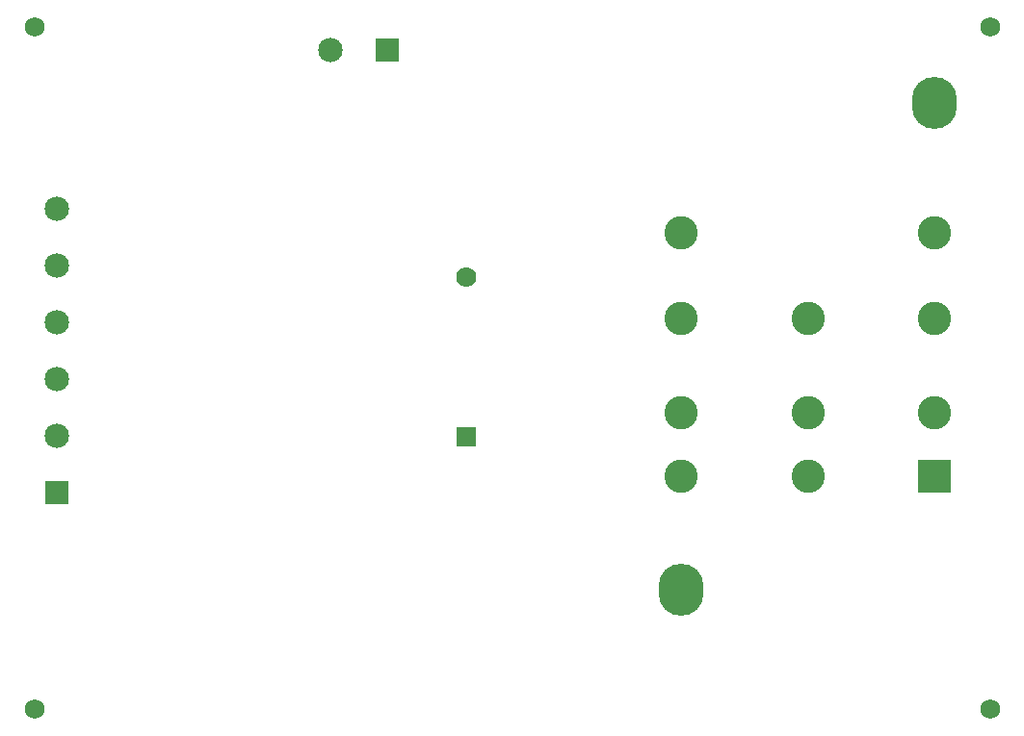
<source format=gbs>
G04*
G04 #@! TF.GenerationSoftware,Altium Limited,Altium Designer,20.1.8 (145)*
G04*
G04 Layer_Color=16711935*
%FSLAX25Y25*%
%MOIN*%
G70*
G04*
G04 #@! TF.SameCoordinates,3D76E3EC-FEB2-46C7-AB75-6B0F0163D353*
G04*
G04*
G04 #@! TF.FilePolarity,Negative*
G04*
G01*
G75*
%ADD15R,0.08477X0.08477*%
%ADD16C,0.08477*%
%ADD17R,0.08477X0.08477*%
%ADD18C,0.06800*%
%ADD19C,0.11535*%
%ADD20R,0.11535X0.11535*%
G04:AMPARAMS|DCode=21|XSize=155.9mil|YSize=179.92mil|CornerRadius=77.95mil|HoleSize=0mil|Usage=FLASHONLY|Rotation=180.000|XOffset=0mil|YOffset=0mil|HoleType=Round|Shape=RoundedRectangle|*
%AMROUNDEDRECTD21*
21,1,0.15590,0.02402,0,0,180.0*
21,1,0.00000,0.17992,0,0,180.0*
1,1,0.15590,0.00000,0.01201*
1,1,0.15590,0.00000,0.01201*
1,1,0.15590,0.00000,-0.01201*
1,1,0.15590,0.00000,-0.01201*
%
%ADD21ROUNDEDRECTD21*%
%ADD22R,0.07001X0.07001*%
%ADD23C,0.07001*%
D15*
X208661Y480315D02*
D03*
D16*
X188976D02*
D03*
X94488Y425197D02*
D03*
Y405512D02*
D03*
Y385827D02*
D03*
Y366142D02*
D03*
Y346457D02*
D03*
D17*
Y326772D02*
D03*
D18*
X417323Y251969D02*
D03*
X86614D02*
D03*
X417323Y488189D02*
D03*
X86614D02*
D03*
D19*
X310571Y416929D02*
D03*
X398091D02*
D03*
X310571Y387126D02*
D03*
X354331D02*
D03*
X398091D02*
D03*
X310571Y354331D02*
D03*
X354331D02*
D03*
X398091D02*
D03*
X310571Y332520D02*
D03*
X354331D02*
D03*
D20*
X398091D02*
D03*
D21*
Y461929D02*
D03*
X310571Y293228D02*
D03*
D22*
X236220Y346063D02*
D03*
D23*
Y401575D02*
D03*
M02*

</source>
